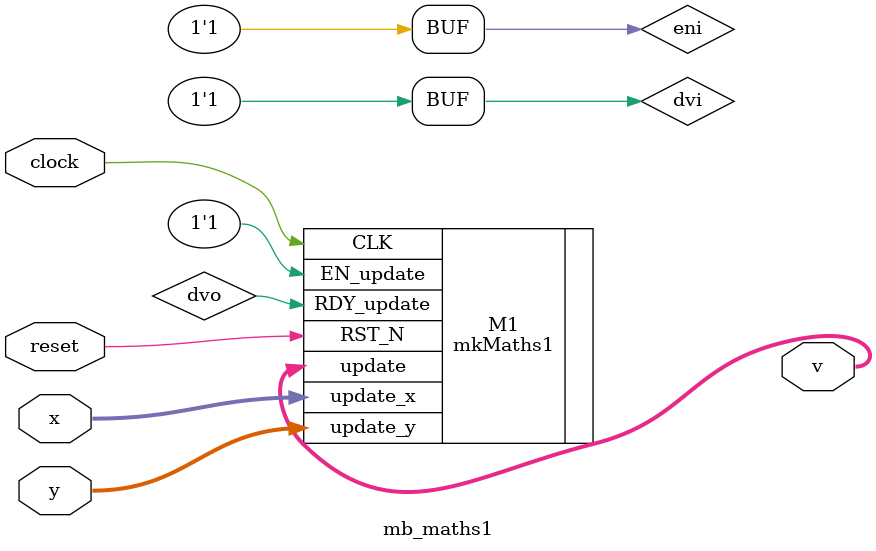
<source format=v>

/**
 * BSV has some powerful interface techniques
 * but reducing it to an actual (HW) set of signals
 * is not straightfoward (don't know how).  Here we
 * need to create a wrapper to match the hardware 
 * requirement to the BSV generated modules.
 */
module mb_maths1
(
  input  wire clock,
  input  wire reset,
  input  wire signed [15:0] x,
  input  wire signed [15:0] y,
  output wire signed [15:0] v
);

   wire eni;  // enable inputs
   wire dvi;  // inputs valid   
   wire dvo;  // left hanging
   
   assign eni = 1'b1;
   assign dvi = 1'b1;

   // instantiate the module created with BSV
   mkMaths1 
     #(.m_val(10)) 
   M1(
      .CLK(clock),  
      .RST_N(reset),    // wrong reset structure for FPGA!
      .update_x(x),
      .update_y(y),
      .EN_update(eni),
      //.RDY_update(dvi),
      .update(v),         // "v" output
      .RDY_update(dvo)
      );
   

endmodule  

</source>
